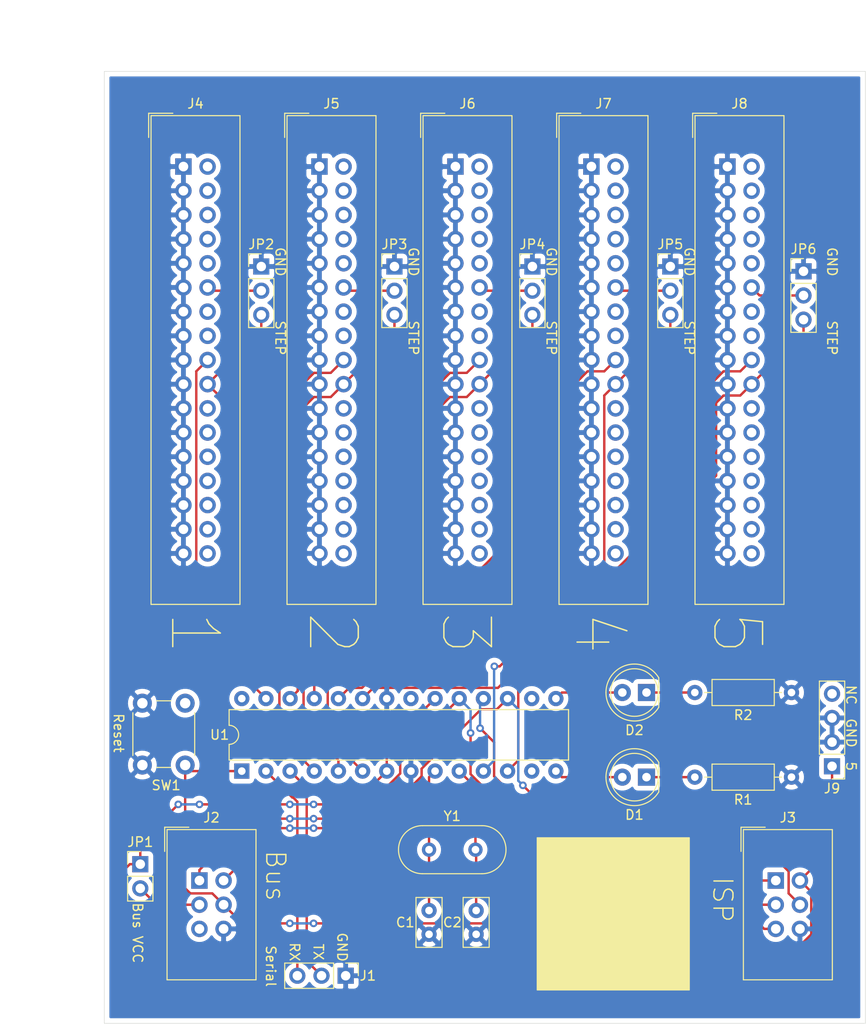
<source format=kicad_pcb>
(kicad_pcb (version 20171130) (host pcbnew 5.1.2)
  (layers (0 F.Cu signal) (31 B.Cu signal) (34 B.Paste user) (35 F.Paste user) (36 B.SilkS user) (37 F.SilkS user) (38 B.Mask user) (39 F.Mask user) (44 Edge.Cuts user))
  (net 0 "")
  (net 1 "Net-(C1-Pad2)")
  (net 2 GND)
  (net 3 "Net-(C2-Pad2)")
  (net 4 /LED1)
  (net 5 "Net-(D1-Pad1)")
  (net 6 /LED2)
  (net 7 "Net-(D2-Pad1)")
  (net 8 /RX)
  (net 9 /TX)
  (net 10 "Net-(J2-Pad5)")
  (net 11 /RESET)
  (net 12 "Net-(J2-Pad3)")
  (net 13 /MOSI)
  (net 14 /SCK)
  (net 15 +5V)
  (net 16 /MISO)
  (net 17 "Net-(J4-Pad34)")
  (net 18 "Net-(J4-Pad32)")
  (net 19 "Net-(J4-Pad30)")
  (net 20 "Net-(J4-Pad28)")
  (net 21 "Net-(J4-Pad26)")
  (net 22 "Net-(J4-Pad24)")
  (net 23 "Net-(J4-Pad22)")
  (net 24 /STEP_1)
  (net 25 /DIR_1)
  (net 26 "Net-(J4-Pad16)")
  (net 27 "Net-(J4-Pad14)")
  (net 28 /MEN_1)
  (net 29 "Net-(J4-Pad10)")
  (net 30 "Net-(J4-Pad8)")
  (net 31 "Net-(J4-Pad6)")
  (net 32 "Net-(J4-Pad4)")
  (net 33 "Net-(J4-Pad2)")
  (net 34 "Net-(J5-Pad34)")
  (net 35 "Net-(J5-Pad32)")
  (net 36 "Net-(J5-Pad30)")
  (net 37 "Net-(J5-Pad28)")
  (net 38 "Net-(J5-Pad26)")
  (net 39 "Net-(J5-Pad24)")
  (net 40 "Net-(J5-Pad22)")
  (net 41 /STEP_2)
  (net 42 /DIR_2)
  (net 43 "Net-(J5-Pad16)")
  (net 44 "Net-(J5-Pad14)")
  (net 45 /MEN_2)
  (net 46 "Net-(J5-Pad10)")
  (net 47 "Net-(J5-Pad8)")
  (net 48 "Net-(J5-Pad6)")
  (net 49 "Net-(J5-Pad4)")
  (net 50 "Net-(J5-Pad2)")
  (net 51 "Net-(J6-Pad34)")
  (net 52 "Net-(J6-Pad32)")
  (net 53 "Net-(J6-Pad30)")
  (net 54 "Net-(J6-Pad28)")
  (net 55 "Net-(J6-Pad26)")
  (net 56 "Net-(J6-Pad24)")
  (net 57 "Net-(J6-Pad22)")
  (net 58 /STEP_3)
  (net 59 /DIR_3)
  (net 60 "Net-(J6-Pad16)")
  (net 61 "Net-(J6-Pad14)")
  (net 62 /MEN_3)
  (net 63 "Net-(J6-Pad10)")
  (net 64 "Net-(J6-Pad8)")
  (net 65 "Net-(J6-Pad6)")
  (net 66 "Net-(J6-Pad4)")
  (net 67 "Net-(J6-Pad2)")
  (net 68 "Net-(J7-Pad34)")
  (net 69 "Net-(J7-Pad32)")
  (net 70 "Net-(J7-Pad30)")
  (net 71 "Net-(J7-Pad28)")
  (net 72 "Net-(J7-Pad26)")
  (net 73 "Net-(J7-Pad24)")
  (net 74 "Net-(J7-Pad22)")
  (net 75 /STEP_4)
  (net 76 /DIR_4)
  (net 77 "Net-(J7-Pad16)")
  (net 78 "Net-(J7-Pad14)")
  (net 79 /MEN_4)
  (net 80 "Net-(J7-Pad10)")
  (net 81 "Net-(J7-Pad8)")
  (net 82 "Net-(J7-Pad6)")
  (net 83 "Net-(J7-Pad4)")
  (net 84 "Net-(J7-Pad2)")
  (net 85 "Net-(J8-Pad34)")
  (net 86 "Net-(J8-Pad32)")
  (net 87 "Net-(J8-Pad30)")
  (net 88 "Net-(J8-Pad28)")
  (net 89 "Net-(J8-Pad26)")
  (net 90 "Net-(J8-Pad24)")
  (net 91 "Net-(J8-Pad22)")
  (net 92 /STEP_5)
  (net 93 /DIR_5)
  (net 94 "Net-(J8-Pad16)")
  (net 95 "Net-(J8-Pad14)")
  (net 96 /MEN_5)
  (net 97 "Net-(J8-Pad10)")
  (net 98 "Net-(J8-Pad8)")
  (net 99 "Net-(J8-Pad6)")
  (net 100 "Net-(J8-Pad4)")
  (net 101 "Net-(J8-Pad2)")
  (net 102 "Net-(U1-Pad28)")
  (net 103 "Net-(U1-Pad13)")
  (net 104 "Net-(U1-Pad21)")
  (net 105 /SS)
  (net 106 "Net-(J9-Pad4)")
  (module Connector_PinHeader_2.54mm:PinHeader_1x04_P2.54mm_Vertical (layer F.Cu) (at 106.5 103 180)
    (fp_text reference J9 (at 0 -2.33) (layer F.SilkS))
    (fp_text value Power)
    (pad 4 thru_hole oval (at 0 7.62 180) (size 1.7 1.7) (drill 1) (layers *.Cu *.Mask) (net 106 "Net-(J9-Pad4)"))
    (pad 3 thru_hole oval (at 0 5.08 180) (size 1.7 1.7) (drill 1) (layers *.Cu *.Mask) (net 2 GND))
    (pad 2 thru_hole oval (at 0 2.54 180) (size 1.7 1.7) (drill 1) (layers *.Cu *.Mask) (net 2 GND))
    (pad 1 thru_hole rect (at 0 0 180) (size 1.7 1.7) (drill 1) (layers *.Cu *.Mask) (net 15 +5V))
  )
  (module Crystal:Crystal_HC49-U_Vertical (layer F.Cu) (at 64.135 111.76)
    (fp_text reference Y1 (at 2.44 -3.525) (layer F.SilkS))
    (fp_text value Crystal)
    (pad 2 thru_hole circle (at 4.88 0) (size 1.5 1.5) (drill 0.8) (layers *.Cu *.Mask) (net 3 "Net-(C2-Pad2)"))
    (pad 1 thru_hole circle (at 0 0) (size 1.5 1.5) (drill 0.8) (layers *.Cu *.Mask) (net 1 "Net-(C1-Pad2)"))
  )
  (module Package_DIP:DIP-28_W7.62mm (layer F.Cu) (at 44.45 103.505 90)
    (fp_text reference U1 (at 3.81 -2.33) (layer F.SilkS))
    (fp_text value ATmega328-PU)
    (pad 28 thru_hole oval (at 7.62 0 90) (size 1.6 1.6) (drill 0.8) (layers *.Cu *.Mask) (net 102 "Net-(U1-Pad28)"))
    (pad 14 thru_hole oval (at 0 33.02 90) (size 1.6 1.6) (drill 0.8) (layers *.Cu *.Mask) (net 4 /LED1))
    (pad 27 thru_hole oval (at 7.62 2.54 90) (size 1.6 1.6) (drill 0.8) (layers *.Cu *.Mask) (net 25 /DIR_1))
    (pad 13 thru_hole oval (at 0 30.48 90) (size 1.6 1.6) (drill 0.8) (layers *.Cu *.Mask) (net 103 "Net-(U1-Pad13)"))
    (pad 26 thru_hole oval (at 7.62 5.08 90) (size 1.6 1.6) (drill 0.8) (layers *.Cu *.Mask) (net 42 /DIR_2))
    (pad 12 thru_hole oval (at 0 27.94 90) (size 1.6 1.6) (drill 0.8) (layers *.Cu *.Mask) (net 92 /STEP_5))
    (pad 25 thru_hole oval (at 7.62 7.62 90) (size 1.6 1.6) (drill 0.8) (layers *.Cu *.Mask) (net 59 /DIR_3))
    (pad 11 thru_hole oval (at 0 25.4 90) (size 1.6 1.6) (drill 0.8) (layers *.Cu *.Mask) (net 75 /STEP_4))
    (pad 24 thru_hole oval (at 7.62 10.16 90) (size 1.6 1.6) (drill 0.8) (layers *.Cu *.Mask) (net 76 /DIR_4))
    (pad 10 thru_hole oval (at 0 22.86 90) (size 1.6 1.6) (drill 0.8) (layers *.Cu *.Mask) (net 3 "Net-(C2-Pad2)"))
    (pad 23 thru_hole oval (at 7.62 12.7 90) (size 1.6 1.6) (drill 0.8) (layers *.Cu *.Mask) (net 93 /DIR_5))
    (pad 9 thru_hole oval (at 0 20.32 90) (size 1.6 1.6) (drill 0.8) (layers *.Cu *.Mask) (net 1 "Net-(C1-Pad2)"))
    (pad 22 thru_hole oval (at 7.62 15.24 90) (size 1.6 1.6) (drill 0.8) (layers *.Cu *.Mask) (net 2 GND))
    (pad 8 thru_hole oval (at 0 17.78 90) (size 1.6 1.6) (drill 0.8) (layers *.Cu *.Mask) (net 2 GND))
    (pad 21 thru_hole oval (at 7.62 17.78 90) (size 1.6 1.6) (drill 0.8) (layers *.Cu *.Mask) (net 104 "Net-(U1-Pad21)"))
    (pad 7 thru_hole oval (at 0 15.24 90) (size 1.6 1.6) (drill 0.8) (layers *.Cu *.Mask) (net 15 +5V))
    (pad 20 thru_hole oval (at 7.62 20.32 90) (size 1.6 1.6) (drill 0.8) (layers *.Cu *.Mask) (net 15 +5V))
    (pad 6 thru_hole oval (at 0 12.7 90) (size 1.6 1.6) (drill 0.8) (layers *.Cu *.Mask) (net 58 /STEP_3))
    (pad 19 thru_hole oval (at 7.62 22.86 90) (size 1.6 1.6) (drill 0.8) (layers *.Cu *.Mask) (net 14 /SCK))
    (pad 5 thru_hole oval (at 0 10.16 90) (size 1.6 1.6) (drill 0.8) (layers *.Cu *.Mask) (net 41 /STEP_2))
    (pad 18 thru_hole oval (at 7.62 25.4 90) (size 1.6 1.6) (drill 0.8) (layers *.Cu *.Mask) (net 16 /MISO))
    (pad 4 thru_hole oval (at 0 7.62 90) (size 1.6 1.6) (drill 0.8) (layers *.Cu *.Mask) (net 24 /STEP_1))
    (pad 17 thru_hole oval (at 7.62 27.94 90) (size 1.6 1.6) (drill 0.8) (layers *.Cu *.Mask) (net 13 /MOSI))
    (pad 3 thru_hole oval (at 0 5.08 90) (size 1.6 1.6) (drill 0.8) (layers *.Cu *.Mask) (net 9 /TX))
    (pad 16 thru_hole oval (at 7.62 30.48 90) (size 1.6 1.6) (drill 0.8) (layers *.Cu *.Mask) (net 105 /SS))
    (pad 2 thru_hole oval (at 0 2.54 90) (size 1.6 1.6) (drill 0.8) (layers *.Cu *.Mask) (net 8 /RX))
    (pad 15 thru_hole oval (at 7.62 33.02 90) (size 1.6 1.6) (drill 0.8) (layers *.Cu *.Mask) (net 6 /LED2))
    (pad 1 thru_hole rect (at 0 0 90) (size 1.6 1.6) (drill 0.8) (layers *.Cu *.Mask) (net 11 /RESET))
  )
  (module Button_Switch_THT:SW_PUSH_6mm (layer F.Cu) (at 34 102.87 90)
    (fp_text reference SW1 (at -2.13 2.5 180) (layer F.SilkS))
    (fp_text value SW_Reset)
    (pad 1 thru_hole circle (at 6.5 0 180) (size 2 2) (drill 1.1) (layers *.Cu *.Mask) (net 2 GND))
    (pad 2 thru_hole circle (at 6.5 4.5 180) (size 2 2) (drill 1.1) (layers *.Cu *.Mask) (net 11 /RESET))
    (pad 1 thru_hole circle (at 0 0 180) (size 2 2) (drill 1.1) (layers *.Cu *.Mask) (net 2 GND))
    (pad 2 thru_hole circle (at 0 4.5 180) (size 2 2) (drill 1.1) (layers *.Cu *.Mask) (net 11 /RESET))
  )
  (module Resistor_THT:R_Axial_DIN0207_L6.3mm_D2.5mm_P10.16mm_Horizontal (layer F.Cu) (at 102.235 95.25 180)
    (fp_text reference R2 (at 5.08 -2.37) (layer F.SilkS))
    (fp_text value R)
    (pad 2 thru_hole oval (at 10.16 0 180) (size 1.6 1.6) (drill 0.8) (layers *.Cu *.Mask) (net 7 "Net-(D2-Pad1)"))
    (pad 1 thru_hole circle (at 0 0 180) (size 1.6 1.6) (drill 0.8) (layers *.Cu *.Mask) (net 2 GND))
  )
  (module Resistor_THT:R_Axial_DIN0207_L6.3mm_D2.5mm_P10.16mm_Horizontal (layer F.Cu) (at 102.235 104.14 180)
    (fp_text reference R1 (at 5.08 -2.37) (layer F.SilkS))
    (fp_text value R)
    (pad 2 thru_hole oval (at 10.16 0 180) (size 1.6 1.6) (drill 0.8) (layers *.Cu *.Mask) (net 5 "Net-(D1-Pad1)"))
    (pad 1 thru_hole circle (at 0 0 180) (size 1.6 1.6) (drill 0.8) (layers *.Cu *.Mask) (net 2 GND))
  )
  (module Connector_PinHeader_2.54mm:PinHeader_1x03_P2.54mm_Vertical (layer F.Cu) (at 103.5 51)
    (fp_text reference JP6 (at 0 -2.33) (layer F.SilkS))
    (fp_text value Jumper_3_Open)
    (pad 3 thru_hole oval (at 0 5.08) (size 1.7 1.7) (drill 1) (layers *.Cu *.Mask) (net 92 /STEP_5))
    (pad 2 thru_hole oval (at 0 2.54) (size 1.7 1.7) (drill 1) (layers *.Cu *.Mask) (net 96 /MEN_5))
    (pad 1 thru_hole rect (at 0 0) (size 1.7 1.7) (drill 1) (layers *.Cu *.Mask) (net 2 GND))
  )
  (module Connector_PinHeader_2.54mm:PinHeader_1x03_P2.54mm_Vertical (layer F.Cu) (at 89.5 50.5)
    (fp_text reference JP5 (at 0 -2.33) (layer F.SilkS))
    (fp_text value Jumper_3_Open)
    (pad 3 thru_hole oval (at 0 5.08) (size 1.7 1.7) (drill 1) (layers *.Cu *.Mask) (net 75 /STEP_4))
    (pad 2 thru_hole oval (at 0 2.54) (size 1.7 1.7) (drill 1) (layers *.Cu *.Mask) (net 79 /MEN_4))
    (pad 1 thru_hole rect (at 0 0) (size 1.7 1.7) (drill 1) (layers *.Cu *.Mask) (net 2 GND))
  )
  (module Connector_PinHeader_2.54mm:PinHeader_1x03_P2.54mm_Vertical (layer F.Cu) (at 75 50.5)
    (fp_text reference JP4 (at 0 -2.33) (layer F.SilkS))
    (fp_text value Jumper_3_Open)
    (pad 3 thru_hole oval (at 0 5.08) (size 1.7 1.7) (drill 1) (layers *.Cu *.Mask) (net 58 /STEP_3))
    (pad 2 thru_hole oval (at 0 2.54) (size 1.7 1.7) (drill 1) (layers *.Cu *.Mask) (net 62 /MEN_3))
    (pad 1 thru_hole rect (at 0 0) (size 1.7 1.7) (drill 1) (layers *.Cu *.Mask) (net 2 GND))
  )
  (module Connector_PinHeader_2.54mm:PinHeader_1x03_P2.54mm_Vertical (layer F.Cu) (at 60.5 50.5)
    (fp_text reference JP3 (at 0 -2.33) (layer F.SilkS))
    (fp_text value Jumper_3_Open)
    (pad 3 thru_hole oval (at 0 5.08) (size 1.7 1.7) (drill 1) (layers *.Cu *.Mask) (net 41 /STEP_2))
    (pad 2 thru_hole oval (at 0 2.54) (size 1.7 1.7) (drill 1) (layers *.Cu *.Mask) (net 45 /MEN_2))
    (pad 1 thru_hole rect (at 0 0) (size 1.7 1.7) (drill 1) (layers *.Cu *.Mask) (net 2 GND))
  )
  (module Connector_PinHeader_2.54mm:PinHeader_1x03_P2.54mm_Vertical (layer F.Cu) (at 46.5 50.5)
    (fp_text reference JP2 (at 0 -2.33) (layer F.SilkS))
    (fp_text value Jumper_3_Open)
    (pad 3 thru_hole oval (at 0 5.08) (size 1.7 1.7) (drill 1) (layers *.Cu *.Mask) (net 24 /STEP_1))
    (pad 2 thru_hole oval (at 0 2.54) (size 1.7 1.7) (drill 1) (layers *.Cu *.Mask) (net 28 /MEN_1))
    (pad 1 thru_hole rect (at 0 0) (size 1.7 1.7) (drill 1) (layers *.Cu *.Mask) (net 2 GND))
  )
  (module Connector_PinHeader_2.54mm:PinHeader_1x02_P2.54mm_Vertical (layer F.Cu) (at 33.782 113.284)
    (fp_text reference JP1 (at 0 -2.33) (layer F.SilkS))
    (fp_text value Jumper_2_Open)
    (pad 2 thru_hole oval (at 0 2.54) (size 1.7 1.7) (drill 1) (layers *.Cu *.Mask) (net 12 "Net-(J2-Pad3)"))
    (pad 1 thru_hole rect (at 0 0) (size 1.7 1.7) (drill 1) (layers *.Cu *.Mask) (net 15 +5V))
  )
  (module Connector_IDC:IDC-Header_2x17_P2.54mm_Vertical (layer F.Cu) (at 95.5 40)
    (fp_text reference J8 (at 1.27 -6.604) (layer F.SilkS))
    (fp_text value Floppy_5)
    (pad 34 thru_hole oval (at 2.54 40.64) (size 1.7272 1.7272) (drill 1.016) (layers *.Cu *.Mask) (net 85 "Net-(J8-Pad34)"))
    (pad 33 thru_hole oval (at 0 40.64) (size 1.7272 1.7272) (drill 1.016) (layers *.Cu *.Mask) (net 2 GND))
    (pad 32 thru_hole oval (at 2.54 38.1) (size 1.7272 1.7272) (drill 1.016) (layers *.Cu *.Mask) (net 86 "Net-(J8-Pad32)"))
    (pad 31 thru_hole oval (at 0 38.1) (size 1.7272 1.7272) (drill 1.016) (layers *.Cu *.Mask) (net 2 GND))
    (pad 30 thru_hole oval (at 2.54 35.56) (size 1.7272 1.7272) (drill 1.016) (layers *.Cu *.Mask) (net 87 "Net-(J8-Pad30)"))
    (pad 29 thru_hole oval (at 0 35.56) (size 1.7272 1.7272) (drill 1.016) (layers *.Cu *.Mask) (net 2 GND))
    (pad 28 thru_hole oval (at 2.54 33.02) (size 1.7272 1.7272) (drill 1.016) (layers *.Cu *.Mask) (net 88 "Net-(J8-Pad28)"))
    (pad 27 thru_hole oval (at 0 33.02) (size 1.7272 1.7272) (drill 1.016) (layers *.Cu *.Mask) (net 2 GND))
    (pad 26 thru_hole oval (at 2.54 30.48) (size 1.7272 1.7272) (drill 1.016) (layers *.Cu *.Mask) (net 89 "Net-(J8-Pad26)"))
    (pad 25 thru_hole oval (at 0 30.48) (size 1.7272 1.7272) (drill 1.016) (layers *.Cu *.Mask) (net 2 GND))
    (pad 24 thru_hole oval (at 2.54 27.94) (size 1.7272 1.7272) (drill 1.016) (layers *.Cu *.Mask) (net 90 "Net-(J8-Pad24)"))
    (pad 23 thru_hole oval (at 0 27.94) (size 1.7272 1.7272) (drill 1.016) (layers *.Cu *.Mask) (net 2 GND))
    (pad 22 thru_hole oval (at 2.54 25.4) (size 1.7272 1.7272) (drill 1.016) (layers *.Cu *.Mask) (net 91 "Net-(J8-Pad22)"))
    (pad 21 thru_hole oval (at 0 25.4) (size 1.7272 1.7272) (drill 1.016) (layers *.Cu *.Mask) (net 2 GND))
    (pad 20 thru_hole oval (at 2.54 22.86) (size 1.7272 1.7272) (drill 1.016) (layers *.Cu *.Mask) (net 92 /STEP_5))
    (pad 19 thru_hole oval (at 0 22.86) (size 1.7272 1.7272) (drill 1.016) (layers *.Cu *.Mask) (net 2 GND))
    (pad 18 thru_hole oval (at 2.54 20.32) (size 1.7272 1.7272) (drill 1.016) (layers *.Cu *.Mask) (net 93 /DIR_5))
    (pad 17 thru_hole oval (at 0 20.32) (size 1.7272 1.7272) (drill 1.016) (layers *.Cu *.Mask) (net 2 GND))
    (pad 16 thru_hole oval (at 2.54 17.78) (size 1.7272 1.7272) (drill 1.016) (layers *.Cu *.Mask) (net 94 "Net-(J8-Pad16)"))
    (pad 15 thru_hole oval (at 0 17.78) (size 1.7272 1.7272) (drill 1.016) (layers *.Cu *.Mask) (net 2 GND))
    (pad 14 thru_hole oval (at 2.54 15.24) (size 1.7272 1.7272) (drill 1.016) (layers *.Cu *.Mask) (net 95 "Net-(J8-Pad14)"))
    (pad 13 thru_hole oval (at 0 15.24) (size 1.7272 1.7272) (drill 1.016) (layers *.Cu *.Mask) (net 2 GND))
    (pad 12 thru_hole oval (at 2.54 12.7) (size 1.7272 1.7272) (drill 1.016) (layers *.Cu *.Mask) (net 96 /MEN_5))
    (pad 11 thru_hole oval (at 0 12.7) (size 1.7272 1.7272) (drill 1.016) (layers *.Cu *.Mask) (net 2 GND))
    (pad 10 thru_hole oval (at 2.54 10.16) (size 1.7272 1.7272) (drill 1.016) (layers *.Cu *.Mask) (net 97 "Net-(J8-Pad10)"))
    (pad 9 thru_hole oval (at 0 10.16) (size 1.7272 1.7272) (drill 1.016) (layers *.Cu *.Mask) (net 2 GND))
    (pad 8 thru_hole oval (at 2.54 7.62) (size 1.7272 1.7272) (drill 1.016) (layers *.Cu *.Mask) (net 98 "Net-(J8-Pad8)"))
    (pad 7 thru_hole oval (at 0 7.62) (size 1.7272 1.7272) (drill 1.016) (layers *.Cu *.Mask) (net 2 GND))
    (pad 6 thru_hole oval (at 2.54 5.08) (size 1.7272 1.7272) (drill 1.016) (layers *.Cu *.Mask) (net 99 "Net-(J8-Pad6)"))
    (pad 5 thru_hole oval (at 0 5.08) (size 1.7272 1.7272) (drill 1.016) (layers *.Cu *.Mask) (net 2 GND))
    (pad 4 thru_hole oval (at 2.54 2.54) (size 1.7272 1.7272) (drill 1.016) (layers *.Cu *.Mask) (net 100 "Net-(J8-Pad4)"))
    (pad 3 thru_hole oval (at 0 2.54) (size 1.7272 1.7272) (drill 1.016) (layers *.Cu *.Mask) (net 2 GND))
    (pad 2 thru_hole oval (at 2.54 0) (size 1.7272 1.7272) (drill 1.016) (layers *.Cu *.Mask) (net 101 "Net-(J8-Pad2)"))
    (pad 1 thru_hole rect (at 0 0) (size 1.7272 1.7272) (drill 1.016) (layers *.Cu *.Mask) (net 2 GND))
  )
  (module Connector_IDC:IDC-Header_2x17_P2.54mm_Vertical (layer F.Cu) (at 81.204 40)
    (fp_text reference J7 (at 1.27 -6.604) (layer F.SilkS))
    (fp_text value Floppy_4)
    (pad 34 thru_hole oval (at 2.54 40.64) (size 1.7272 1.7272) (drill 1.016) (layers *.Cu *.Mask) (net 68 "Net-(J7-Pad34)"))
    (pad 33 thru_hole oval (at 0 40.64) (size 1.7272 1.7272) (drill 1.016) (layers *.Cu *.Mask) (net 2 GND))
    (pad 32 thru_hole oval (at 2.54 38.1) (size 1.7272 1.7272) (drill 1.016) (layers *.Cu *.Mask) (net 69 "Net-(J7-Pad32)"))
    (pad 31 thru_hole oval (at 0 38.1) (size 1.7272 1.7272) (drill 1.016) (layers *.Cu *.Mask) (net 2 GND))
    (pad 30 thru_hole oval (at 2.54 35.56) (size 1.7272 1.7272) (drill 1.016) (layers *.Cu *.Mask) (net 70 "Net-(J7-Pad30)"))
    (pad 29 thru_hole oval (at 0 35.56) (size 1.7272 1.7272) (drill 1.016) (layers *.Cu *.Mask) (net 2 GND))
    (pad 28 thru_hole oval (at 2.54 33.02) (size 1.7272 1.7272) (drill 1.016) (layers *.Cu *.Mask) (net 71 "Net-(J7-Pad28)"))
    (pad 27 thru_hole oval (at 0 33.02) (size 1.7272 1.7272) (drill 1.016) (layers *.Cu *.Mask) (net 2 GND))
    (pad 26 thru_hole oval (at 2.54 30.48) (size 1.7272 1.7272) (drill 1.016) (layers *.Cu *.Mask) (net 72 "Net-(J7-Pad26)"))
    (pad 25 thru_hole oval (at 0 30.48) (size 1.7272 1.7272) (drill 1.016) (layers *.Cu *.Mask) (net 2 GND))
    (pad 24 thru_hole oval (at 2.54 27.94) (size 1.7272 1.7272) (drill 1.016) (layers *.Cu *.Mask) (net 73 "Net-(J7-Pad24)"))
    (pad 23 thru_hole oval (at 0 27.94) (size 1.7272 1.7272) (drill 1.016) (layers *.Cu *.Mask) (net 2 GND))
    (pad 22 thru_hole oval (at 2.54 25.4) (size 1.7272 1.7272) (drill 1.016) (layers *.Cu *.Mask) (net 74 "Net-(J7-Pad22)"))
    (pad 21 thru_hole oval (at 0 25.4) (size 1.7272 1.7272) (drill 1.016) (layers *.Cu *.Mask) (net 2 GND))
    (pad 20 thru_hole oval (at 2.54 22.86) (size 1.7272 1.7272) (drill 1.016) (layers *.Cu *.Mask) (net 75 /STEP_4))
    (pad 19 thru_hole oval (at 0 22.86) (size 1.7272 1.7272) (drill 1.016) (layers *.Cu *.Mask) (net 2 GND))
    (pad 18 thru_hole oval (at 2.54 20.32) (size 1.7272 1.7272) (drill 1.016) (layers *.Cu *.Mask) (net 76 /DIR_4))
    (pad 17 thru_hole oval (at 0 20.32) (size 1.7272 1.7272) (drill 1.016) (layers *.Cu *.Mask) (net 2 GND))
    (pad 16 thru_hole oval (at 2.54 17.78) (size 1.7272 1.7272) (drill 1.016) (layers *.Cu *.Mask) (net 77 "Net-(J7-Pad16)"))
    (pad 15 thru_hole oval (at 0 17.78) (size 1.7272 1.7272) (drill 1.016) (layers *.Cu *.Mask) (net 2 GND))
    (pad 14 thru_hole oval (at 2.54 15.24) (size 1.7272 1.7272) (drill 1.016) (layers *.Cu *.Mask) (net 78 "Net-(J7-Pad14)"))
    (pad 13 thru_hole oval (at 0 15.24) (size 1.7272 1.7272) (drill 1.016) (layers *.Cu *.Mask) (net 2 GND))
    (pad 12 thru_hole oval (at 2.54 12.7) (size 1.7272 1.7272) (drill 1.016) (layers *.Cu *.Mask) (net 79 /MEN_4))
    (pad 11 thru_hole oval (at 0 12.7) (size 1.7272 1.7272) (drill 1.016) (layers *.Cu *.Mask) (net 2 GND))
    (pad 10 thru_hole oval (at 2.54 10.16) (size 1.7272 1.7272) (drill 1.016) (layers *.Cu *.Mask) (net 80 "Net-(J7-Pad10)"))
    (pad 9 thru_hole oval (at 0 10.16) (size 1.7272 1.7272) (drill 1.016) (layers *.Cu *.Mask) (net 2 GND))
    (pad 8 thru_hole oval (at 2.54 7.62) (size 1.7272 1.7272) (drill 1.016) (layers *.Cu *.Mask) (net 81 "Net-(J7-Pad8)"))
    (pad 7 thru_hole oval (at 0 7.62) (size 1.7272 1.7272) (drill 1.016) (layers *.Cu *.Mask) (net 2 GND))
    (pad 6 thru_hole oval (at 2.54 5.08) (size 1.7272 1.7272) (drill 1.016) (layers *.Cu *.Mask) (net 82 "Net-(J7-Pad6)"))
    (pad 5 thru_hole oval (at 0 5.08) (size 1.7272 1.7272) (drill 1.016) (layers *.Cu *.Mask) (net 2 GND))
    (pad 4 thru_hole oval (at 2.54 2.54) (size 1.7272 1.7272) (drill 1.016) (layers *.Cu *.Mask) (net 83 "Net-(J7-Pad4)"))
    (pad 3 thru_hole oval (at 0 2.54) (size 1.7272 1.7272) (drill 1.016) (layers *.Cu *.Mask) (net 2 GND))
    (pad 2 thru_hole oval (at 2.54 0) (size 1.7272 1.7272) (drill 1.016) (layers *.Cu *.Mask) (net 84 "Net-(J7-Pad2)"))
    (pad 1 thru_hole rect (at 0 0) (size 1.7272 1.7272) (drill 1.016) (layers *.Cu *.Mask) (net 2 GND))
  )
  (module Connector_IDC:IDC-Header_2x17_P2.54mm_Vertical (layer F.Cu) (at 66.908 40)
    (fp_text reference J6 (at 1.27 -6.604) (layer F.SilkS))
    (fp_text value Floppy_3)
    (pad 34 thru_hole oval (at 2.54 40.64) (size 1.7272 1.7272) (drill 1.016) (layers *.Cu *.Mask) (net 51 "Net-(J6-Pad34)"))
    (pad 33 thru_hole oval (at 0 40.64) (size 1.7272 1.7272) (drill 1.016) (layers *.Cu *.Mask) (net 2 GND))
    (pad 32 thru_hole oval (at 2.54 38.1) (size 1.7272 1.7272) (drill 1.016) (layers *.Cu *.Mask) (net 52 "Net-(J6-Pad32)"))
    (pad 31 thru_hole oval (at 0 38.1) (size 1.7272 1.7272) (drill 1.016) (layers *.Cu *.Mask) (net 2 GND))
    (pad 30 thru_hole oval (at 2.54 35.56) (size 1.7272 1.7272) (drill 1.016) (layers *.Cu *.Mask) (net 53 "Net-(J6-Pad30)"))
    (pad 29 thru_hole oval (at 0 35.56) (size 1.7272 1.7272) (drill 1.016) (layers *.Cu *.Mask) (net 2 GND))
    (pad 28 thru_hole oval (at 2.54 33.02) (size 1.7272 1.7272) (drill 1.016) (layers *.Cu *.Mask) (net 54 "Net-(J6-Pad28)"))
    (pad 27 thru_hole oval (at 0 33.02) (size 1.7272 1.7272) (drill 1.016) (layers *.Cu *.Mask) (net 2 GND))
    (pad 26 thru_hole oval (at 2.54 30.48) (size 1.7272 1.7272) (drill 1.016) (layers *.Cu *.Mask) (net 55 "Net-(J6-Pad26)"))
    (pad 25 thru_hole oval (at 0 30.48) (size 1.7272 1.7272) (drill 1.016) (layers *.Cu *.Mask) (net 2 GND))
    (pad 24 thru_hole oval (at 2.54 27.94) (size 1.7272 1.7272) (drill 1.016) (layers *.Cu *.Mask) (net 56 "Net-(J6-Pad24)"))
    (pad 23 thru_hole oval (at 0 27.94) (size 1.7272 1.7272) (drill 1.016) (layers *.Cu *.Mask) (net 2 GND))
    (pad 22 thru_hole oval (at 2.54 25.4) (size 1.7272 1.7272) (drill 1.016) (layers *.Cu *.Mask) (net 57 "Net-(J6-Pad22)"))
    (pad 21 thru_hole oval (at 0 25.4) (size 1.7272 1.7272) (drill 1.016) (layers *.Cu *.Mask) (net 2 GND))
    (pad 20 thru_hole oval (at 2.54 22.86) (size 1.7272 1.7272) (drill 1.016) (layers *.Cu *.Mask) (net 58 /STEP_3))
    (pad 19 thru_hole oval (at 0 22.86) (size 1.7272 1.7272) (drill 1.016) (layers *.Cu *.Mask) (net 2 GND))
    (pad 18 thru_hole oval (at 2.54 20.32) (size 1.7272 1.7272) (drill 1.016) (layers *.Cu *.Mask) (net 59 /DIR_3))
    (pad 17 thru_hole oval (at 0 20.32) (size 1.7272 1.7272) (drill 1.016) (layers *.Cu *.Mask) (net 2 GND))
    (pad 16 thru_hole oval (at 2.54 17.78) (size 1.7272 1.7272) (drill 1.016) (layers *.Cu *.Mask) (net 60 "Net-(J6-Pad16)"))
    (pad 15 thru_hole oval (at 0 17.78) (size 1.7272 1.7272) (drill 1.016) (layers *.Cu *.Mask) (net 2 GND))
    (pad 14 thru_hole oval (at 2.54 15.24) (size 1.7272 1.7272) (drill 1.016) (layers *.Cu *.Mask) (net 61 "Net-(J6-Pad14)"))
    (pad 13 thru_hole oval (at 0 15.24) (size 1.7272 1.7272) (drill 1.016) (layers *.Cu *.Mask) (net 2 GND))
    (pad 12 thru_hole oval (at 2.54 12.7) (size 1.7272 1.7272) (drill 1.016) (layers *.Cu *.Mask) (net 62 /MEN_3))
    (pad 11 thru_hole oval (at 0 12.7) (size 1.7272 1.7272) (drill 1.016) (layers *.Cu *.Mask) (net 2 GND))
    (pad 10 thru_hole oval (at 2.54 10.16) (size 1.7272 1.7272) (drill 1.016) (layers *.Cu *.Mask) (net 63 "Net-(J6-Pad10)"))
    (pad 9 thru_hole oval (at 0 10.16) (size 1.7272 1.7272) (drill 1.016) (layers *.Cu *.Mask) (net 2 GND))
    (pad 8 thru_hole oval (at 2.54 7.62) (size 1.7272 1.7272) (drill 1.016) (layers *.Cu *.Mask) (net 64 "Net-(J6-Pad8)"))
    (pad 7 thru_hole oval (at 0 7.62) (size 1.7272 1.7272) (drill 1.016) (layers *.Cu *.Mask) (net 2 GND))
    (pad 6 thru_hole oval (at 2.54 5.08) (size 1.7272 1.7272) (drill 1.016) (layers *.Cu *.Mask) (net 65 "Net-(J6-Pad6)"))
    (pad 5 thru_hole oval (at 0 5.08) (size 1.7272 1.7272) (drill 1.016) (layers *.Cu *.Mask) (net 2 GND))
    (pad 4 thru_hole oval (at 2.54 2.54) (size 1.7272 1.7272) (drill 1.016) (layers *.Cu *.Mask) (net 66 "Net-(J6-Pad4)"))
    (pad 3 thru_hole oval (at 0 2.54) (size 1.7272 1.7272) (drill 1.016) (layers *.Cu *.Mask) (net 2 GND))
    (pad 2 thru_hole oval (at 2.54 0) (size 1.7272 1.7272) (drill 1.016) (layers *.Cu *.Mask) (net 67 "Net-(J6-Pad2)"))
    (pad 1 thru_hole rect (at 0 0) (size 1.7272 1.7272) (drill 1.016) (layers *.Cu *.Mask) (net 2 GND))
  )
  (module Connector_IDC:IDC-Header_2x17_P2.54mm_Vertical (layer F.Cu) (at 52.612 40)
    (fp_text reference J5 (at 1.27 -6.604) (layer F.SilkS))
    (fp_text value Floppy_2)
    (pad 34 thru_hole oval (at 2.54 40.64) (size 1.7272 1.7272) (drill 1.016) (layers *.Cu *.Mask) (net 34 "Net-(J5-Pad34)"))
    (pad 33 thru_hole oval (at 0 40.64) (size 1.7272 1.7272) (drill 1.016) (layers *.Cu *.Mask) (net 2 GND))
    (pad 32 thru_hole oval (at 2.54 38.1) (size 1.7272 1.7272) (drill 1.016) (layers *.Cu *.Mask) (net 35 "Net-(J5-Pad32)"))
    (pad 31 thru_hole oval (at 0 38.1) (size 1.7272 1.7272) (drill 1.016) (layers *.Cu *.Mask) (net 2 GND))
    (pad 30 thru_hole oval (at 2.54 35.56) (size 1.7272 1.7272) (drill 1.016) (layers *.Cu *.Mask) (net 36 "Net-(J5-Pad30)"))
    (pad 29 thru_hole oval (at 0 35.56) (size 1.7272 1.7272) (drill 1.016) (layers *.Cu *.Mask) (net 2 GND))
    (pad 28 thru_hole oval (at 2.54 33.02) (size 1.7272 1.7272) (drill 1.016) (layers *.Cu *.Mask) (net 37 "Net-(J5-Pad28)"))
    (pad 27 thru_hole oval (at 0 33.02) (size 1.7272 1.7272) (drill 1.016) (layers *.Cu *.Mask) (net 2 GND))
    (pad 26 thru_hole oval (at 2.54 30.48) (size 1.7272 1.7272) (drill 1.016) (layers *.Cu *.Mask) (net 38 "Net-(J5-Pad26)"))
    (pad 25 thru_hole oval (at 0 30.48) (size 1.7272 1.7272) (drill 1.016) (layers *.Cu *.Mask) (net 2 GND))
    (pad 24 thru_hole oval (at 2.54 27.94) (size 1.7272 1.7272) (drill 1.016) (layers *.Cu *.Mask) (net 39 "Net-(J5-Pad24)"))
    (pad 23 thru_hole oval (at 0 27.94) (size 1.7272 1.7272) (drill 1.016) (layers *.Cu *.Mask) (net 2 GND))
    (pad 22 thru_hole oval (at 2.54 25.4) (size 1.7272 1.7272) (drill 1.016) (layers *.Cu *.Mask) (net 40 "Net-(J5-Pad22)"))
    (pad 21 thru_hole oval (at 0 25.4) (size 1.7272 1.7272) (drill 1.016) (layers *.Cu *.Mask) (net 2 GND))
    (pad 20 thru_hole oval (at 2.54 22.86) (size 1.7272 1.7272) (drill 1.016) (layers *.Cu *.Mask) (net 41 /STEP_2))
    (pad 19 thru_hole oval (at 0 22.86) (size 1.7272 1.7272) (drill 1.016) (layers *.Cu *.Mask) (net 2 GND))
    (pad 18 thru_hole oval (at 2.54 20.32) (size 1.7272 1.7272) (drill 1.016) (layers *.Cu *.Mask) (net 42 /DIR_2))
    (pad 17 thru_hole oval (at 0 20.32) (size 1.7272 1.7272) (drill 1.016) (layers *.Cu *.Mask) (net 2 GND))
    (pad 16 thru_hole oval (at 2.54 17.78) (size 1.7272 1.7272) (drill 1.016) (layers *.Cu *.Mask) (net 43 "Net-(J5-Pad16)"))
    (pad 15 thru_hole oval (at 0 17.78) (size 1.7272 1.7272) (drill 1.016) (layers *.Cu *.Mask) (net 2 GND))
    (pad 14 thru_hole oval (at 2.54 15.24) (size 1.7272 1.7272) (drill 1.016) (layers *.Cu *.Mask) (net 44 "Net-(J5-Pad14)"))
    (pad 13 thru_hole oval (at 0 15.24) (size 1.7272 1.7272) (drill 1.016) (layers *.Cu *.Mask) (net 2 GND))
    (pad 12 thru_hole oval (at 2.54 12.7) (size 1.7272 1.7272) (drill 1.016) (layers *.Cu *.Mask) (net 45 /MEN_2))
    (pad 11 thru_hole oval (at 0 12.7) (size 1.7272 1.7272) (drill 1.016) (layers *.Cu *.Mask) (net 2 GND))
    (pad 10 thru_hole oval (at 2.54 10.16) (size 1.7272 1.7272) (drill 1.016) (layers *.Cu *.Mask) (net 46 "Net-(J5-Pad10)"))
    (pad 9 thru_hole oval (at 0 10.16) (size 1.7272 1.7272) (drill 1.016) (layers *.Cu *.Mask) (net 2 GND))
    (pad 8 thru_hole oval (at 2.54 7.62) (size 1.7272 1.7272) (drill 1.016) (layers *.Cu *.Mask) (net 47 "Net-(J5-Pad8)"))
    (pad 7 thru_hole oval (at 0 7.62) (size 1.7272 1.7272) (drill 1.016) (layers *.Cu *.Mask) (net 2 GND))
    (pad 6 thru_hole oval (at 2.54 5.08) (size 1.7272 1.7272) (drill 1.016) (layers *.Cu *.Mask) (net 48 "Net-(J5-Pad6)"))
    (pad 5 thru_hole oval (at 0 5.08) (size 1.7272 1.7272) (drill 1.016) (layers *.Cu *.Mask) (net 2 GND))
    (pad 4 thru_hole oval (at 2.54 2.54) (size 1.7272 1.7272) (drill 1.016) (layers *.Cu *.Mask) (net 49 "Net-(J5-Pad4)"))
    (pad 3 thru_hole oval (at 0 2.54) (size 1.7272 1.7272) (drill 1.016) (layers *.Cu *.Mask) (net 2 GND))
    (pad 2 thru_hole oval (at 2.54 0) (size 1.7272 1.7272) (drill 1.016) (layers *.Cu *.Mask) (net 50 "Net-(J5-Pad2)"))
    (pad 1 thru_hole rect (at 0 0) (size 1.7272 1.7272) (drill 1.016) (layers *.Cu *.Mask) (net 2 GND))
  )
  (module Connector_IDC:IDC-Header_2x17_P2.54mm_Vertical (layer F.Cu) (at 38.316 40)
    (fp_text reference J4 (at 1.27 -6.604) (layer F.SilkS))
    (fp_text value Floppy_1)
    (pad 34 thru_hole oval (at 2.54 40.64) (size 1.7272 1.7272) (drill 1.016) (layers *.Cu *.Mask) (net 17 "Net-(J4-Pad34)"))
    (pad 33 thru_hole oval (at 0 40.64) (size 1.7272 1.7272) (drill 1.016) (layers *.Cu *.Mask) (net 2 GND))
    (pad 32 thru_hole oval (at 2.54 38.1) (size 1.7272 1.7272) (drill 1.016) (layers *.Cu *.Mask) (net 18 "Net-(J4-Pad32)"))
    (pad 31 thru_hole oval (at 0 38.1) (size 1.7272 1.7272) (drill 1.016) (layers *.Cu *.Mask) (net 2 GND))
    (pad 30 thru_hole oval (at 2.54 35.56) (size 1.7272 1.7272) (drill 1.016) (layers *.Cu *.Mask) (net 19 "Net-(J4-Pad30)"))
    (pad 29 thru_hole oval (at 0 35.56) (size 1.7272 1.7272) (drill 1.016) (layers *.Cu *.Mask) (net 2 GND))
    (pad 28 thru_hole oval (at 2.54 33.02) (size 1.7272 1.7272) (drill 1.016) (layers *.Cu *.Mask) (net 20 "Net-(J4-Pad28)"))
    (pad 27 thru_hole oval (at 0 33.02) (size 1.7272 1.7272) (drill 1.016) (layers *.Cu *.Mask) (net 2 GND))
    (pad 26 thru_hole oval (at 2.54 30.48) (size 1.7272 1.7272) (drill 1.016) (layers *.Cu *.Mask) (net 21 "Net-(J4-Pad26)"))
    (pad 25 thru_hole oval (at 0 30.48) (size 1.7272 1.7272) (drill 1.016) (layers *.Cu *.Mask) (net 2 GND))
    (pad 24 thru_hole oval (at 2.54 27.94) (size 1.7272 1.7272) (drill 1.016) (layers *.Cu *.Mask) (net 22 "Net-(J4-Pad24)"))
    (pad 23 thru_hole oval (at 0 27.94) (size 1.7272 1.7272) (drill 1.016) (layers *.Cu *.Mask) (net 2 GND))
    (pad 22 thru_hole oval (at 2.54 25.4) (size 1.7272 1.7272) (drill 1.016) (layers *.Cu *.Mask) (net 23 "Net-(J4-Pad22)"))
    (pad 21 thru_hole oval (at 0 25.4) (size 1.7272 1.7272) (drill 1.016) (layers *.Cu *.Mask) (net 2 GND))
    (pad 20 thru_hole oval (at 2.54 22.86) (size 1.7272 1.7272) (drill 1.016) (layers *.Cu *.Mask) (net 24 /STEP_1))
    (pad 19 thru_hole oval (at 0 22.86) (size 1.7272 1.7272) (drill 1.016) (layers *.Cu *.Mask) (net 2 GND))
    (pad 18 thru_hole oval (at 2.54 20.32) (size 1.7272 1.7272) (drill 1.016) (layers *.Cu *.Mask) (net 25 /DIR_1))
    (pad 17 thru_hole oval (at 0 20.32) (size 1.7272 1.7272) (drill 1.016) (layers *.Cu *.Mask) (net 2 GND))
    (pad 16 thru_hole oval (at 2.54 17.78) (size 1.7272 1.7272) (drill 1.016) (layers *.Cu *.Mask) (net 26 "Net-(J4-Pad16)"))
    (pad 15 thru_hole oval (at 0 17.78) (size 1.7272 1.7272) (drill 1.016) (layers *.Cu *.Mask) (net 2 GND))
    (pad 14 thru_hole oval (at 2.54 15.24) (size 1.7272 1.7272) (drill 1.016) (layers *.Cu *.Mask) (net 27 "Net-(J4-Pad14)"))
    (pad 13 thru_hole oval (at 0 15.24) (size 1.7272 1.7272) (drill 1.016) (layers *.Cu *.Mask) (net 2 GND))
    (pad 12 thru_hole oval (at 2.54 12.7) (size 1.7272 1.7272) (drill 1.016) (layers *.Cu *.Mask) (net 28 /MEN_1))
    (pad 11 thru_hole oval (at 0 12.7) (size 1.7272 1.7272) (drill 1.016) (layers *.Cu *.Mask) (net 2 GND))
    (pad 10 thru_hole oval (at 2.54 10.16) (size 1.7272 1.7272) (drill 1.016) (layers *.Cu *.Mask) (net 29 "Net-(J4-Pad10)"))
    (pad 9 thru_hole oval (at 0 10.16) (size 1.7272 1.7272) (drill 1.016) (layers *.Cu *.Mask) (net 2 GND))
    (pad 8 thru_hole oval (at 2.54 7.62) (size 1.7272 1.7272) (drill 1.016) (layers *.Cu *.Mask) (net 30 "Net-(J4-Pad8)"))
    (pad 7 thru_hole oval (at 0 7.62) (size 1.7272 1.7272) (drill 1.016) (layers *.Cu *.Mask) (net 2 GND))
    (pad 6 thru_hole oval (at 2.54 5.08) (size 1.7272 1.7272) (drill 1.016) (layers *.Cu *.Mask) (net 31 "Net-(J4-Pad6)"))
    (pad 5 thru_hole oval (at 0 5.08) (size 1.7272 1.7272) (drill 1.016) (layers *.Cu *.Mask) (net 2 GND))
    (pad 4 thru_hole oval (at 2.54 2.54) (size 1.7272 1.7272) (drill 1.016) (layers *.Cu *.Mask) (net 32 "Net-(J4-Pad4)"))
    (pad 3 thru_hole oval (at 0 2.54) (size 1.7272 1.7272) (drill 1.016) (layers *.Cu *.Mask) (net 2 GND))
    (pad 2 thru_hole oval (at 2.54 0) (size 1.7272 1.7272) (drill 1.016) (layers *.Cu *.Mask) (net 33 "Net-(J4-Pad2)"))
    (pad 1 thru_hole rect (at 0 0) (size 1.7272 1.7272) (drill 1.016) (layers *.Cu *.Mask) (net 2 GND))
  )
  (module Connector_IDC:IDC-Header_2x03_P2.54mm_Vertical (layer F.Cu) (at 100.584 115)
    (fp_text reference J3 (at 1.27 -6.604) (layer F.SilkS))
    (fp_text value AVR-ISP-6)
    (pad 6 thru_hole oval (at 2.54 5.08) (size 1.7272 1.7272) (drill 1.016) (layers *.Cu *.Mask) (net 2 GND))
    (pad 5 thru_hole oval (at 0 5.08) (size 1.7272 1.7272) (drill 1.016) (layers *.Cu *.Mask) (net 11 /RESET))
    (pad 4 thru_hole oval (at 2.54 2.54) (size 1.7272 1.7272) (drill 1.016) (layers *.Cu *.Mask) (net 13 /MOSI))
    (pad 3 thru_hole oval (at 0 2.54) (size 1.7272 1.7272) (drill 1.016) (layers *.Cu *.Mask) (net 14 /SCK))
    (pad 2 thru_hole oval (at 2.54 0) (size 1.7272 1.7272) (drill 1.016) (layers *.Cu *.Mask) (net 15 +5V))
    (pad 1 thru_hole rect (at 0 0) (size 1.7272 1.7272) (drill 1.016) (layers *.Cu *.Mask) (net 16 /MISO))
  )
  (module Connector_IDC:IDC-Header_2x03_P2.54mm_Vertical (layer F.Cu) (at 40 115)
    (fp_text reference J2 (at 1.27 -6.604) (layer F.SilkS))
    (fp_text value Bus)
    (pad 6 thru_hole oval (at 2.54 5.08) (size 1.7272 1.7272) (drill 1.016) (layers *.Cu *.Mask) (net 2 GND))
    (pad 5 thru_hole oval (at 0 5.08) (size 1.7272 1.7272) (drill 1.016) (layers *.Cu *.Mask) (net 10 "Net-(J2-Pad5)"))
    (pad 4 thru_hole oval (at 2.54 2.54) (size 1.7272 1.7272) (drill 1.016) (layers *.Cu *.Mask) (net 11 /RESET))
    (pad 3 thru_hole oval (at 0 2.54) (size 1.7272 1.7272) (drill 1.016) (layers *.Cu *.Mask) (net 12 "Net-(J2-Pad3)"))
    (pad 2 thru_hole oval (at 2.54 0) (size 1.7272 1.7272) (drill 1.016) (layers *.Cu *.Mask) (net 13 /MOSI))
    (pad 1 thru_hole rect (at 0 0) (size 1.7272 1.7272) (drill 1.016) (layers *.Cu *.Mask) (net 14 /SCK))
  )
  (module Connector_PinHeader_2.54mm:PinHeader_1x03_P2.54mm_Vertical (layer F.Cu) (at 55.372 125 270)
    (fp_text reference J1 (at 0 -2.33) (layer F.SilkS))
    (fp_text value Serial)
    (pad 3 thru_hole oval (at 0 5.08 270) (size 1.7 1.7) (drill 1) (layers *.Cu *.Mask) (net 8 /RX))
    (pad 2 thru_hole oval (at 0 2.54 270) (size 1.7 1.7) (drill 1) (layers *.Cu *.Mask) (net 9 /TX))
    (pad 1 thru_hole rect (at 0 0 270) (size 1.7 1.7) (drill 1) (layers *.Cu *.Mask) (net 2 GND))
  )
  (module LED_THT:LED_D5.0mm (layer F.Cu) (at 86.995 95.25 180)
    (fp_text reference D2 (at 1.27 -3.96) (layer F.SilkS))
    (fp_text value LED)
    (pad 2 thru_hole circle (at 2.54 0 180) (size 1.8 1.8) (drill 0.9) (layers *.Cu *.Mask) (net 6 /LED2))
    (pad 1 thru_hole rect (at 0 0 180) (size 1.8 1.8) (drill 0.9) (layers *.Cu *.Mask) (net 7 "Net-(D2-Pad1)"))
  )
  (module LED_THT:LED_D5.0mm (layer F.Cu) (at 86.995 104.14 180)
    (fp_text reference D1 (at 1.27 -3.96) (layer F.SilkS))
    (fp_text value LED)
    (pad 2 thru_hole circle (at 2.54 0 180) (size 1.8 1.8) (drill 0.9) (layers *.Cu *.Mask) (net 4 /LED1))
    (pad 1 thru_hole rect (at 0 0 180) (size 1.8 1.8) (drill 0.9) (layers *.Cu *.Mask) (net 5 "Net-(D1-Pad1)"))
  )
  (module Capacitor_THT:C_Disc_D5.0mm_W2.5mm_P2.50mm (layer F.Cu) (at 69.088 120.65 90)
    (fp_text reference C2 (at 1.25 -2.5 180) (layer F.SilkS))
    (fp_text value C_Small)
    (pad 2 thru_hole circle (at 2.5 0 90) (size 1.6 1.6) (drill 0.8) (layers *.Cu *.Mask) (net 3 "Net-(C2-Pad2)"))
    (pad 1 thru_hole circle (at 0 0 90) (size 1.6 1.6) (drill 0.8) (layers *.Cu *.Mask) (net 2 GND))
  )
  (module Capacitor_THT:C_Disc_D5.0mm_W2.5mm_P2.50mm (layer F.Cu) (at 64.135 120.65 90)
    (fp_text reference C1 (at 1.25 -2.5 180) (layer F.SilkS))
    (fp_text value C_Small)
    (pad 2 thru_hole circle (at 2.5 0 90) (size 1.6 1.6) (drill 0.8) (layers *.Cu *.Mask) (net 1 "Net-(C1-Pad2)"))
    (pad 1 thru_hole circle (at 0 0 90) (size 1.6 1.6) (drill 0.8) (layers *.Cu *.Mask) (net 2 GND))
  )
  (gr_text "Bus VCC\n" (at 33.5 120.5 270) (layer F.SilkS) (effects (font (size 1 1))))
  (gr_text "GND\n" (at 48.5 50 270) (layer F.SilkS) (effects (font (size 1 1))))
  (gr_text "STEP\n" (at 48.5 58 270) (layer F.SilkS) (effects (font (size 1 1))))
  (gr_text "GND\n" (at 62.5 50 270) (layer F.SilkS) (effects (font (size 1 1))))
  (gr_text "STEP\n" (at 62.5 58 270) (layer F.SilkS) (effects (font (size 1 1))))
  (gr_text "GND\n" (at 77 50 270) (layer F.SilkS) (effects (font (size 1 1))))
  (gr_text "STEP\n" (at 77 58 270) (layer F.SilkS) (effects (font (size 1 1))))
  (gr_text "GND\n" (at 91.5 50 270) (layer F.SilkS) (effects (font (size 1 1))))
  (gr_text "STEP\n" (at 91.5 58 270) (layer F.SilkS) (effects (font (size 1 1))))
  (gr_text "STEP\n" (at 106.5 58 270) (layer F.SilkS) (effects (font (size 1 1))))
  (gr_text "GND\n" (at 106.5 50 270) (layer F.SilkS) (effects (font (size 1 1))))
  (gr_text NC (at 108.5 95.5 270) (layer F.SilkS) (effects (font (size 1 1))))
  (gr_text "5\n" (at 108.5 103 270) (layer F.SilkS) (effects (font (size 1 1))))
  (gr_text "GND\n" (at 108.5 99.5 270) (layer F.SilkS) (effects (font (size 1 1))))
  (gr_text "Serial\n" (at 47.5 124 270) (layer F.SilkS) (effects (font (size 1 1))))
  (gr_text "GND\n" (at 55 122 270) (layer F.SilkS) (effects (font (size 1 1))))
  (gr_text "TX\n" (at 52.5 122.5 270) (layer F.SilkS) (effects (font (size 1 1))))
  (gr_text "RX\n" (at 50 122.5 270) (layer F.SilkS) (effects (font (size 1 1))))
  (gr_text Reset (at 31.5 99.5 270) (layer F.SilkS) (effects (font (size 1 1))))
  (gr_poly (pts (xy 91.5 110.5) (xy 91.5 126.5) (xy 75.5 126.5) (xy 75.5 110.5)) (layer F.SilkS) (width 0.1))
  (gr_text "Bus\n" (at 48 114.5 270) (layer F.SilkS) (effects (font (size 2 2))))
  (gr_text ISP (at 95 117 270) (layer F.SilkS) (effects (font (size 2 2))))
  (gr_text 5 (at 96.5 89 270) (layer F.SilkS) (effects (font (size 5 5))))
  (gr_text 4 (at 82 89 270) (layer F.SilkS) (effects (font (size 5 5))))
  (gr_text 3 (at 68 89 270) (layer F.SilkS) (effects (font (size 5 5))))
  (gr_text 2 (at 54 89 270) (layer F.SilkS) (effects (font (size 5 5))))
  (gr_text 1 (at 39.5 89 270) (layer F.SilkS) (effects (font (size 5 5))))
  (gr_line (start 30 130) (end 30 30) (layer Edge.Cuts) (width 0.05))
  (gr_line (start 110 130) (end 30 130) (layer Edge.Cuts) (width 0.05))
  (gr_line (start 110 30) (end 110 130) (layer Edge.Cuts) (width 0.05))
  (gr_line (start 30 30) (end 110 30) (layer Edge.Cuts) (width 0.05))
  (segment (start 64.135 104.14) (end 64.77 103.505) (width 0.25) (layer F.Cu) (net 1))
  (segment (start 64.135 111.76) (end 64.135 104.14) (width 0.25) (layer F.Cu) (net 1))
  (segment (start 64.135 117.01863) (end 64.135 111.76) (width 0.25) (layer F.Cu) (net 1))
  (segment (start 64.135 118.15) (end 64.135 117.01863) (width 0.25) (layer F.Cu) (net 1))
  (segment (start 69.015 105.21) (end 67.31 103.505) (width 0.25) (layer F.Cu) (net 3))
  (segment (start 69.015 111.76) (end 69.015 105.21) (width 0.25) (layer F.Cu) (net 3))
  (segment (start 69.088 111.833) (end 69.015 111.76) (width 0.25) (layer F.Cu) (net 3))
  (segment (start 69.088 118.15) (end 69.088 111.833) (width 0.25) (layer F.Cu) (net 3))
  (segment (start 78.105 104.14) (end 77.47 103.505) (width 0.25) (layer F.Cu) (net 4))
  (segment (start 84.455 104.14) (end 78.105 104.14) (width 0.25) (layer F.Cu) (net 4))
  (segment (start 86.995 104.14) (end 92.075 104.14) (width 0.25) (layer F.Cu) (net 5))
  (segment (start 78.105 95.25) (end 77.47 95.885) (width 0.25) (layer F.Cu) (net 6))
  (segment (start 84.455 95.25) (end 78.105 95.25) (width 0.25) (layer F.Cu) (net 6))
  (segment (start 86.995 95.25) (end 92.075 95.25) (width 0.25) (layer F.Cu) (net 7))
  (segment (start 49.848001 106.274999) (end 49.759999 106.274999) (width 0.25) (layer F.Cu) (net 8))
  (segment (start 47.789999 104.304999) (end 46.99 103.505) (width 0.25) (layer F.Cu) (net 8))
  (segment (start 50.292 106.718998) (end 49.848001 106.274999) (width 0.25) (layer F.Cu) (net 8))
  (segment (start 50.292 125) (end 50.292 106.718998) (width 0.25) (layer F.Cu) (net 8))
  (segment (start 49.759999 106.274999) (end 47.789999 104.304999) (width 0.25) (layer F.Cu) (net 8))
  (segment (start 52.832 125) (end 51.274998 123.442998) (width 0.25) (layer F.Cu) (net 9))
  (segment (start 50.329999 104.304999) (end 49.53 103.505) (width 0.25) (layer F.Cu) (net 9))
  (segment (start 51.274998 123.442998) (end 51.274998 105.249998) (width 0.25) (layer F.Cu) (net 9))
  (segment (start 51.274998 105.249998) (end 50.329999 104.304999) (width 0.25) (layer F.Cu) (net 9))
  (via (at 52 119.5) (size 0.8) (drill 0.4) (layers F.Cu B.Cu) (net 11))
  (segment (start 100.584 120.08) (end 99.362686 120.08) (width 0.25) (layer F.Cu) (net 11))
  (segment (start 98.782686 119.5) (end 52 119.5) (width 0.25) (layer F.Cu) (net 11))
  (segment (start 99.362686 120.08) (end 98.782686 119.5) (width 0.25) (layer F.Cu) (net 11))
  (via (at 49.5 119.5) (size 0.8) (drill 0.4) (layers F.Cu B.Cu) (net 11))
  (segment (start 52 119.5) (end 49.5 119.5) (width 0.25) (layer B.Cu) (net 11))
  (segment (start 44.5 119.5) (end 42.54 117.54) (width 0.25) (layer F.Cu) (net 11))
  (segment (start 49.5 119.5) (end 44.5 119.5) (width 0.25) (layer F.Cu) (net 11))
  (segment (start 39.135 103.505) (end 38.5 102.87) (width 0.25) (layer F.Cu) (net 11))
  (segment (start 44.45 103.505) (end 39.135 103.505) (width 0.25) (layer F.Cu) (net 11))
  (segment (start 39.039197 116.351399) (end 41.351399 116.351399) (width 0.25) (layer F.Cu) (net 11))
  (segment (start 38.5 115.812202) (end 39.039197 116.351399) (width 0.25) (layer F.Cu) (net 11))
  (segment (start 41.351399 116.351399) (end 42.54 117.54) (width 0.25) (layer F.Cu) (net 11))
  (segment (start 38.5 102.87) (end 38.5 115.812202) (width 0.25) (layer F.Cu) (net 11))
  (segment (start 35.498 117.54) (end 40 117.54) (width 0.25) (layer F.Cu) (net 12))
  (segment (start 33.782 115.824) (end 35.498 117.54) (width 0.25) (layer F.Cu) (net 12))
  (segment (start 71.264999 97.010001) (end 69.599997 97.010001) (width 0.25) (layer F.Cu) (net 13))
  (segment (start 72.39 95.885) (end 71.264999 97.010001) (width 0.25) (layer F.Cu) (net 13))
  (via (at 52 109.5) (size 0.8) (drill 0.4) (layers F.Cu B.Cu) (net 13))
  (segment (start 69.599997 97.010001) (end 63.355001 103.254997) (width 0.25) (layer F.Cu) (net 13))
  (segment (start 63.355001 103.254997) (end 63.355001 104.045001) (width 0.25) (layer F.Cu) (net 13))
  (segment (start 57.900002 109.5) (end 52 109.5) (width 0.25) (layer F.Cu) (net 13))
  (segment (start 63.355001 104.045001) (end 57.900002 109.5) (width 0.25) (layer F.Cu) (net 13))
  (via (at 49.5 109.5) (size 0.8) (drill 0.4) (layers F.Cu B.Cu) (net 13))
  (segment (start 52 109.5) (end 49.5 109.5) (width 0.25) (layer B.Cu) (net 13))
  (segment (start 48.04 109.5) (end 42.54 115) (width 0.25) (layer F.Cu) (net 13))
  (segment (start 49.5 109.5) (end 48.04 109.5) (width 0.25) (layer F.Cu) (net 13))
  (via (at 74 105) (size 0.8) (drill 0.4) (layers F.Cu B.Cu) (net 13))
  (segment (start 73.189999 96.684999) (end 72.39 95.885) (width 0.25) (layer B.Cu) (net 13))
  (segment (start 73.515001 97.010001) (end 73.189999 96.684999) (width 0.25) (layer B.Cu) (net 13))
  (segment (start 74 105) (end 73.515001 104.515001) (width 0.25) (layer B.Cu) (net 13))
  (segment (start 73.515001 104.515001) (end 73.515001 97.010001) (width 0.25) (layer B.Cu) (net 13))
  (segment (start 101.935399 116.351399) (end 101.935399 114.039197) (width 0.25) (layer F.Cu) (net 13))
  (segment (start 103.124 117.54) (end 101.935399 116.351399) (width 0.25) (layer F.Cu) (net 13))
  (segment (start 101.935399 114.039197) (end 100.896202 113) (width 0.25) (layer F.Cu) (net 13))
  (segment (start 100.896202 113) (end 82 113) (width 0.25) (layer F.Cu) (net 13))
  (segment (start 82 113) (end 74 105) (width 0.25) (layer F.Cu) (net 13))
  (segment (start 56.360002 108.5) (end 52 108.5) (width 0.25) (layer F.Cu) (net 14))
  (segment (start 61.104999 102.090001) (end 61.104999 103.755003) (width 0.25) (layer F.Cu) (net 14))
  (segment (start 61.104999 103.755003) (end 56.360002 108.5) (width 0.25) (layer F.Cu) (net 14))
  (via (at 52 108.5) (size 0.8) (drill 0.4) (layers F.Cu B.Cu) (net 14))
  (segment (start 67.31 95.885) (end 61.104999 102.090001) (width 0.25) (layer F.Cu) (net 14))
  (via (at 49.5 108.5) (size 0.8) (drill 0.4) (layers F.Cu B.Cu) (net 14))
  (segment (start 52 108.5) (end 49.5 108.5) (width 0.25) (layer B.Cu) (net 14))
  (segment (start 40 113.8864) (end 40 115) (width 0.25) (layer F.Cu) (net 14))
  (segment (start 45.3864 108.5) (end 40 113.8864) (width 0.25) (layer F.Cu) (net 14))
  (segment (start 49.5 108.5) (end 45.3864 108.5) (width 0.25) (layer F.Cu) (net 14))
  (segment (start 100.584 117.54) (end 82.219998 117.54) (width 0.25) (layer F.Cu) (net 14))
  (segment (start 82.219998 117.54) (end 68.5 103.820002) (width 0.25) (layer F.Cu) (net 14))
  (via (at 68.5 99.5) (size 0.8) (drill 0.4) (layers F.Cu B.Cu) (net 14))
  (segment (start 68.5 103.820002) (end 68.5 99.5) (width 0.25) (layer F.Cu) (net 14))
  (segment (start 68.5 97.075) (end 67.31 95.885) (width 0.25) (layer B.Cu) (net 14))
  (segment (start 68.5 99.5) (end 68.5 97.075) (width 0.25) (layer B.Cu) (net 14))
  (segment (start 59.69 100.965) (end 59.69 103.505) (width 0.25) (layer F.Cu) (net 15))
  (segment (start 64.77 95.885) (end 59.69 100.965) (width 0.25) (layer F.Cu) (net 15))
  (via (at 52 107) (size 0.8) (drill 0.4) (layers F.Cu B.Cu) (net 15))
  (segment (start 59.69 103.505) (end 56.195 107) (width 0.25) (layer F.Cu) (net 15))
  (segment (start 56.195 107) (end 52 107) (width 0.25) (layer F.Cu) (net 15))
  (segment (start 52 107) (end 49.5 107) (width 0.25) (layer B.Cu) (net 15))
  (via (at 49.5 107) (size 0.8) (drill 0.4) (layers F.Cu B.Cu) (net 15))
  (via (at 40 107) (size 0.8) (drill 0.4) (layers F.Cu B.Cu) (net 15))
  (segment (start 49.5 107) (end 40 107) (width 0.25) (layer F.Cu) (net 15))
  (segment (start 32.682 113.284) (end 33.782 113.284) (width 0.25) (layer F.Cu) (net 15))
  (segment (start 31.5 119) (end 31.5 114.466) (width 0.25) (layer F.Cu) (net 15))
  (segment (start 104.312601 116.188601) (end 104.312601 120.650529) (width 0.25) (layer F.Cu) (net 15))
  (segment (start 31.5 114.466) (end 32.682 113.284) (width 0.25) (layer F.Cu) (net 15))
  (segment (start 103.124 115) (end 104.312601 116.188601) (width 0.25) (layer F.Cu) (net 15))
  (segment (start 97.96313 127) (end 39.5 127) (width 0.25) (layer F.Cu) (net 15))
  (segment (start 104.312601 120.650529) (end 97.96313 127) (width 0.25) (layer F.Cu) (net 15))
  (segment (start 39.5 127) (end 31.5 119) (width 0.25) (layer F.Cu) (net 15))
  (segment (start 33.782 113.284) (end 33.782 110.99299) (width 0.25) (layer F.Cu) (net 15))
  (segment (start 33.782 110.99299) (end 37.77499 107) (width 0.25) (layer F.Cu) (net 15))
  (segment (start 40 107) (end 37.77499 107) (width 0.25) (layer B.Cu) (net 15))
  (via (at 37.77499 107) (size 0.8) (drill 0.4) (layers F.Cu B.Cu) (net 15))
  (segment (start 106.5 111.624) (end 106.5 103) (width 0.25) (layer F.Cu) (net 15))
  (segment (start 103.124 115) (end 106.5 111.624) (width 0.25) (layer F.Cu) (net 15))
  (via (at 69.5 99) (size 0.8) (drill 0.4) (layers F.Cu B.Cu) (net 16))
  (segment (start 69.5 96.235) (end 69.85 95.885) (width 0.25) (layer B.Cu) (net 16))
  (segment (start 69.5 99) (end 69.5 96.235) (width 0.25) (layer B.Cu) (net 16))
  (segment (start 70.975001 104.045001) (end 70.975001 100.475001) (width 0.25) (layer F.Cu) (net 16))
  (segment (start 70.975001 100.475001) (end 69.899999 99.399999) (width 0.25) (layer F.Cu) (net 16))
  (segment (start 81.93 115) (end 70.975001 104.045001) (width 0.25) (layer F.Cu) (net 16))
  (segment (start 100.584 115) (end 81.93 115) (width 0.25) (layer F.Cu) (net 16))
  (segment (start 69.899999 99.399999) (end 69.5 99) (width 0.25) (layer F.Cu) (net 16))
  (segment (start 41.719599 63.723599) (end 40.856 62.86) (width 0.25) (layer F.Cu) (net 24))
  (segment (start 48.404999 70.408999) (end 41.719599 63.723599) (width 0.25) (layer F.Cu) (net 24))
  (segment (start 48.404999 99.839999) (end 48.404999 70.408999) (width 0.25) (layer F.Cu) (net 24))
  (segment (start 52.07 103.505) (end 48.404999 99.839999) (width 0.25) (layer F.Cu) (net 24))
  (segment (start 46.5 57.216) (end 46.5 55.58) (width 0.25) (layer F.Cu) (net 24))
  (segment (start 40.856 62.86) (end 46.5 57.216) (width 0.25) (layer F.Cu) (net 24))
  (segment (start 39.992401 61.183599) (end 40.856 60.32) (width 0.25) (layer F.Cu) (net 25))
  (segment (start 39.667399 61.508601) (end 39.992401 61.183599) (width 0.25) (layer F.Cu) (net 25))
  (segment (start 39.667399 88.562399) (end 39.667399 61.508601) (width 0.25) (layer F.Cu) (net 25))
  (segment (start 46.99 95.885) (end 39.667399 88.562399) (width 0.25) (layer F.Cu) (net 25))
  (segment (start 41.196 53.04) (end 40.856 52.7) (width 0.25) (layer F.Cu) (net 28))
  (segment (start 46.5 53.04) (end 41.196 53.04) (width 0.25) (layer F.Cu) (net 28))
  (segment (start 54.288401 63.723599) (end 55.152 62.86) (width 0.25) (layer F.Cu) (net 41))
  (segment (start 52.041471 64.211399) (end 53.800601 64.211399) (width 0.25) (layer F.Cu) (net 41))
  (segment (start 50.944999 65.307871) (end 52.041471 64.211399) (width 0.25) (layer F.Cu) (net 41))
  (segment (start 50.944999 98.708629) (end 50.944999 65.307871) (width 0.25) (layer F.Cu) (net 41))
  (segment (start 54.61 102.37363) (end 50.944999 98.708629) (width 0.25) (layer F.Cu) (net 41))
  (segment (start 53.800601 64.211399) (end 54.288401 63.723599) (width 0.25) (layer F.Cu) (net 41))
  (segment (start 54.61 103.505) (end 54.61 102.37363) (width 0.25) (layer F.Cu) (net 41))
  (segment (start 60.5 57.512) (end 60.5 55.58) (width 0.25) (layer F.Cu) (net 41))
  (segment (start 55.152 62.86) (end 60.5 57.512) (width 0.25) (layer F.Cu) (net 41))
  (segment (start 53.800601 61.671399) (end 54.288401 61.183599) (width 0.25) (layer F.Cu) (net 42))
  (segment (start 52.041471 61.671399) (end 53.800601 61.671399) (width 0.25) (layer F.Cu) (net 42))
  (segment (start 50.329999 63.382871) (end 52.041471 61.671399) (width 0.25) (layer F.Cu) (net 42))
  (segment (start 50.329999 95.085001) (end 50.329999 63.382871) (width 0.25) (layer F.Cu) (net 42))
  (segment (start 54.288401 61.183599) (end 55.152 60.32) (width 0.25) (layer F.Cu) (net 42))
  (segment (start 49.53 95.885) (end 50.329999 95.085001) (width 0.25) (layer F.Cu) (net 42))
  (segment (start 55.492 53.04) (end 55.152 52.7) (width 0.25) (layer F.Cu) (net 45))
  (segment (start 60.5 53.04) (end 55.492 53.04) (width 0.25) (layer F.Cu) (net 45))
  (segment (start 53.484999 99.839999) (end 53.484999 93.015001) (width 0.25) (layer F.Cu) (net 58))
  (segment (start 57.15 103.505) (end 53.484999 99.839999) (width 0.25) (layer F.Cu) (net 58))
  (segment (start 53.484999 93.015001) (end 62.5 84) (width 0.25) (layer F.Cu) (net 58))
  (segment (start 68.584401 63.723599) (end 69.448 62.86) (width 0.25) (layer F.Cu) (net 58))
  (segment (start 68.096601 64.211399) (end 68.584401 63.723599) (width 0.25) (layer F.Cu) (net 58))
  (segment (start 62.5 68.04887) (end 66.337471 64.211399) (width 0.25) (layer F.Cu) (net 58))
  (segment (start 66.337471 64.211399) (end 68.096601 64.211399) (width 0.25) (layer F.Cu) (net 58))
  (segment (start 62.5 84) (end 62.5 68.04887) (width 0.25) (layer F.Cu) (net 58))
  (segment (start 75 57.308) (end 75 55.58) (width 0.25) (layer F.Cu) (net 58))
  (segment (start 69.448 62.86) (end 75 57.308) (width 0.25) (layer F.Cu) (net 58))
  (segment (start 68.096601 61.671399) (end 68.584401 61.183599) (width 0.25) (layer F.Cu) (net 59))
  (segment (start 52.07 95.885) (end 52.07 93.43) (width 0.25) (layer F.Cu) (net 59))
  (segment (start 68.584401 61.183599) (end 69.448 60.32) (width 0.25) (layer F.Cu) (net 59))
  (segment (start 52.07 93.43) (end 60.5 85) (width 0.25) (layer F.Cu) (net 59))
  (segment (start 60.5 67.50887) (end 66.337471 61.671399) (width 0.25) (layer F.Cu) (net 59))
  (segment (start 60.5 85) (end 60.5 67.50887) (width 0.25) (layer F.Cu) (net 59))
  (segment (start 66.337471 61.671399) (end 68.096601 61.671399) (width 0.25) (layer F.Cu) (net 59))
  (segment (start 69.788 53.04) (end 69.448 52.7) (width 0.25) (layer F.Cu) (net 62))
  (segment (start 75 53.04) (end 69.788 53.04) (width 0.25) (layer F.Cu) (net 62))
  (segment (start 70.975001 92.524999) (end 71 92.5) (width 0.25) (layer B.Cu) (net 75))
  (via (at 71 92.5) (size 0.8) (drill 0.4) (layers F.Cu B.Cu) (net 75))
  (segment (start 69.85 103.505) (end 70.975001 102.379999) (width 0.25) (layer B.Cu) (net 75))
  (segment (start 70.975001 102.379999) (end 70.975001 92.524999) (width 0.25) (layer B.Cu) (net 75))
  (segment (start 82.555399 64.048601) (end 82.880401 63.723599) (width 0.25) (layer F.Cu) (net 75))
  (segment (start 82.880401 63.723599) (end 83.744 62.86) (width 0.25) (layer F.Cu) (net 75))
  (segment (start 71.565685 92.5) (end 82.555399 81.510286) (width 0.25) (layer F.Cu) (net 75))
  (segment (start 82.555399 81.510286) (end 82.555399 64.048601) (width 0.25) (layer F.Cu) (net 75))
  (segment (start 71 92.5) (end 71.565685 92.5) (width 0.25) (layer F.Cu) (net 75))
  (segment (start 89.5 57.104) (end 89.5 55.58) (width 0.25) (layer F.Cu) (net 75))
  (segment (start 83.744 62.86) (end 89.5 57.104) (width 0.25) (layer F.Cu) (net 75))
  (segment (start 57.087131 94.759999) (end 75 76.84713) (width 0.25) (layer F.Cu) (net 76))
  (segment (start 54.61 95.885) (end 55.735001 94.759999) (width 0.25) (layer F.Cu) (net 76))
  (segment (start 55.735001 94.759999) (end 57.087131 94.759999) (width 0.25) (layer F.Cu) (net 76))
  (segment (start 82.880401 61.183599) (end 83.744 60.32) (width 0.25) (layer F.Cu) (net 76))
  (segment (start 82.555399 61.508601) (end 82.880401 61.183599) (width 0.25) (layer F.Cu) (net 76))
  (segment (start 75 67.30487) (end 80.796269 61.508601) (width 0.25) (layer F.Cu) (net 76))
  (segment (start 80.796269 61.508601) (end 82.555399 61.508601) (width 0.25) (layer F.Cu) (net 76))
  (segment (start 75 76.84713) (end 75 67.30487) (width 0.25) (layer F.Cu) (net 76))
  (segment (start 84.084 53.04) (end 83.744 52.7) (width 0.25) (layer F.Cu) (net 79))
  (segment (start 89.5 53.04) (end 84.084 53.04) (width 0.25) (layer F.Cu) (net 79))
  (segment (start 96.851399 64.048601) (end 97.176401 63.723599) (width 0.25) (layer F.Cu) (net 92))
  (segment (start 95.092269 64.048601) (end 96.851399 64.048601) (width 0.25) (layer F.Cu) (net 92))
  (segment (start 97.176401 63.723599) (end 98.04 62.86) (width 0.25) (layer F.Cu) (net 92))
  (segment (start 94.311399 64.829471) (end 95.092269 64.048601) (width 0.25) (layer F.Cu) (net 92))
  (segment (start 94.311399 72.468142) (end 94.311399 64.829471) (width 0.25) (layer F.Cu) (net 92))
  (segment (start 73.515001 93.26454) (end 94.311399 72.468142) (width 0.25) (layer F.Cu) (net 92))
  (segment (start 73.515001 102.379999) (end 73.515001 93.26454) (width 0.25) (layer F.Cu) (net 92))
  (segment (start 72.39 103.505) (end 73.515001 102.379999) (width 0.25) (layer F.Cu) (net 92))
  (segment (start 103.5 57.4) (end 98.04 62.86) (width 0.25) (layer F.Cu) (net 92))
  (segment (start 103.5 56.08) (end 103.5 57.4) (width 0.25) (layer F.Cu) (net 92))
  (segment (start 93.049989 73.093141) (end 93.049989 63.550881) (width 0.25) (layer F.Cu) (net 93))
  (segment (start 93.049989 63.550881) (end 95.092269 61.508601) (width 0.25) (layer F.Cu) (net 93))
  (segment (start 97.176401 61.183599) (end 98.04 60.32) (width 0.25) (layer F.Cu) (net 93))
  (segment (start 95.092269 61.508601) (end 96.851399 61.508601) (width 0.25) (layer F.Cu) (net 93))
  (segment (start 71.383131 94.759999) (end 93.049989 73.093141) (width 0.25) (layer F.Cu) (net 93))
  (segment (start 58.275001 94.759999) (end 71.383131 94.759999) (width 0.25) (layer F.Cu) (net 93))
  (segment (start 57.15 95.885) (end 58.275001 94.759999) (width 0.25) (layer F.Cu) (net 93))
  (segment (start 96.851399 61.508601) (end 97.176401 61.183599) (width 0.25) (layer F.Cu) (net 93))
  (segment (start 98.88 53.54) (end 98.04 52.7) (width 0.25) (layer F.Cu) (net 96))
  (segment (start 103.5 53.54) (end 98.88 53.54) (width 0.25) (layer F.Cu) (net 96))
  (zone (net 2) (net_name GND) (layer B.Cu) (connect_pads (clearance 0.508)) (min_thickness 0.254) (fill yes (arc_segments 32) (thermal_gap 0.508) (thermal_bridge_width 0.508))
    (polygon (pts (xy 110 30) (xy 110 130) (xy 30 130) (xy 30 30)))
  )
)
</source>
